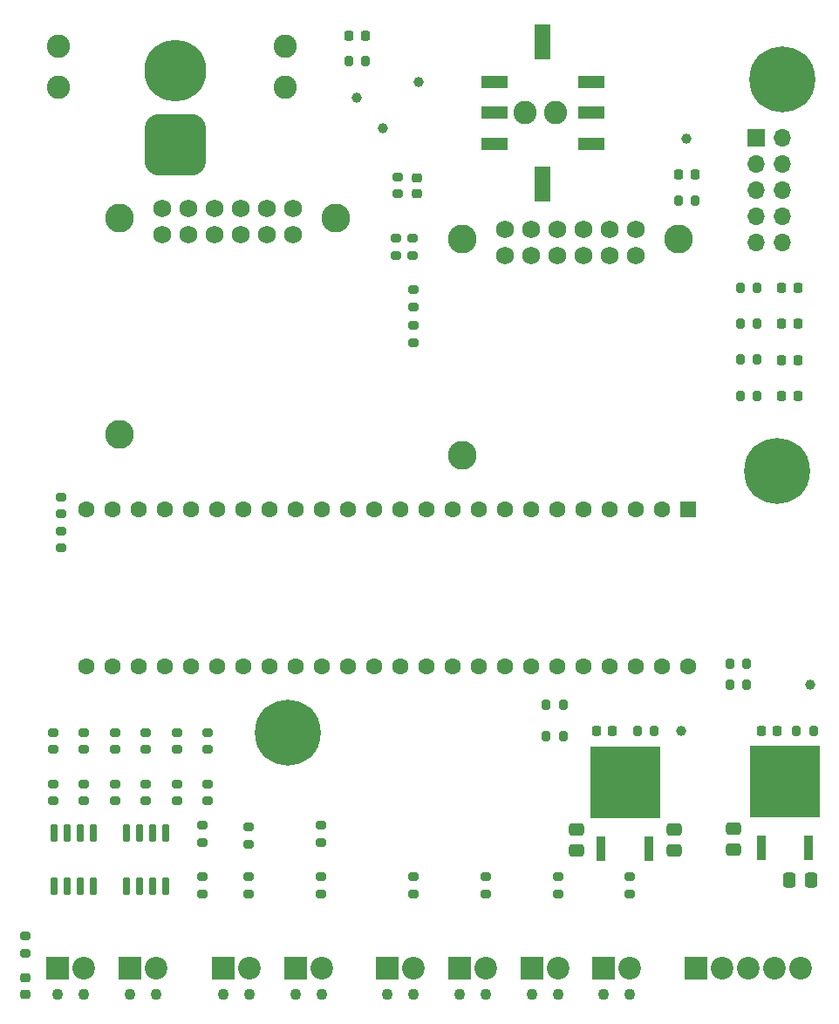
<source format=gbr>
G04 #@! TF.GenerationSoftware,KiCad,Pcbnew,8.0.5*
G04 #@! TF.CreationDate,2024-10-11T00:23:09-05:00*
G04 #@! TF.ProjectId,DAQ,4441512e-6b69-4636-9164-5f7063625858,rev?*
G04 #@! TF.SameCoordinates,Original*
G04 #@! TF.FileFunction,Soldermask,Top*
G04 #@! TF.FilePolarity,Negative*
%FSLAX46Y46*%
G04 Gerber Fmt 4.6, Leading zero omitted, Abs format (unit mm)*
G04 Created by KiCad (PCBNEW 8.0.5) date 2024-10-11 00:23:09*
%MOMM*%
%LPD*%
G01*
G04 APERTURE LIST*
G04 Aperture macros list*
%AMRoundRect*
0 Rectangle with rounded corners*
0 $1 Rounding radius*
0 $2 $3 $4 $5 $6 $7 $8 $9 X,Y pos of 4 corners*
0 Add a 4 corners polygon primitive as box body*
4,1,4,$2,$3,$4,$5,$6,$7,$8,$9,$2,$3,0*
0 Add four circle primitives for the rounded corners*
1,1,$1+$1,$2,$3*
1,1,$1+$1,$4,$5*
1,1,$1+$1,$6,$7*
1,1,$1+$1,$8,$9*
0 Add four rect primitives between the rounded corners*
20,1,$1+$1,$2,$3,$4,$5,0*
20,1,$1+$1,$4,$5,$6,$7,0*
20,1,$1+$1,$6,$7,$8,$9,0*
20,1,$1+$1,$8,$9,$2,$3,0*%
G04 Aperture macros list end*
%ADD10RoundRect,0.218750X-0.218750X-0.256250X0.218750X-0.256250X0.218750X0.256250X-0.218750X0.256250X0*%
%ADD11RoundRect,0.200000X0.275000X-0.200000X0.275000X0.200000X-0.275000X0.200000X-0.275000X-0.200000X0*%
%ADD12RoundRect,0.200000X0.200000X0.275000X-0.200000X0.275000X-0.200000X-0.275000X0.200000X-0.275000X0*%
%ADD13RoundRect,1.500000X1.500000X-1.500000X1.500000X1.500000X-1.500000X1.500000X-1.500000X-1.500000X0*%
%ADD14C,6.000000*%
%ADD15RoundRect,0.200000X-0.275000X0.200000X-0.275000X-0.200000X0.275000X-0.200000X0.275000X0.200000X0*%
%ADD16RoundRect,0.150000X-0.150000X0.725000X-0.150000X-0.725000X0.150000X-0.725000X0.150000X0.725000X0*%
%ADD17RoundRect,0.218750X-0.256250X0.218750X-0.256250X-0.218750X0.256250X-0.218750X0.256250X0.218750X0*%
%ADD18R,0.939800X2.489200*%
%ADD19R,6.781800X6.934200*%
%ADD20RoundRect,0.200000X-0.200000X-0.275000X0.200000X-0.275000X0.200000X0.275000X-0.200000X0.275000X0*%
%ADD21RoundRect,0.218750X0.218750X0.256250X-0.218750X0.256250X-0.218750X-0.256250X0.218750X-0.256250X0*%
%ADD22C,1.000000*%
%ADD23C,2.800000*%
%ADD24C,1.750000*%
%ADD25R,1.700000X1.700000*%
%ADD26O,1.700000X1.700000*%
%ADD27C,0.800000*%
%ADD28C,6.400000*%
%ADD29C,1.100000*%
%ADD30R,2.200000X2.200000*%
%ADD31C,2.200000*%
%ADD32RoundRect,0.218750X0.256250X-0.218750X0.256250X0.218750X-0.256250X0.218750X-0.256250X-0.218750X0*%
%ADD33RoundRect,0.250000X0.337500X0.475000X-0.337500X0.475000X-0.337500X-0.475000X0.337500X-0.475000X0*%
%ADD34RoundRect,0.250000X0.475000X-0.337500X0.475000X0.337500X-0.475000X0.337500X-0.475000X-0.337500X0*%
%ADD35C,2.260600*%
%ADD36R,1.600000X1.600000*%
%ADD37C,1.600000*%
%ADD38R,2.540000X1.270000*%
%ADD39R,1.650000X3.430000*%
G04 APERTURE END LIST*
D10*
X174212500Y-117500000D03*
X175787500Y-117500000D03*
D11*
X124500000Y-128500000D03*
X124500000Y-126850000D03*
X114500000Y-119325000D03*
X114500000Y-117675000D03*
D10*
X158212500Y-117500000D03*
X159787500Y-117500000D03*
D12*
X135825000Y-52500000D03*
X134175000Y-52500000D03*
D13*
X117344262Y-60600000D03*
D14*
X117344262Y-53400000D03*
D15*
X114500000Y-122675000D03*
X114500000Y-124325000D03*
D16*
X109405000Y-127425000D03*
X108135000Y-127425000D03*
X106865000Y-127425000D03*
X105595000Y-127425000D03*
X105595000Y-132575000D03*
X106865000Y-132575000D03*
X108135000Y-132575000D03*
X109405000Y-132575000D03*
D15*
X120500000Y-117675000D03*
X120500000Y-119325000D03*
D12*
X167825000Y-66000000D03*
X166175000Y-66000000D03*
D15*
X111500000Y-117675000D03*
X111500000Y-119325000D03*
D12*
X173825000Y-81460000D03*
X172175000Y-81460000D03*
D15*
X161500000Y-131675000D03*
X161500000Y-133325000D03*
X106300000Y-94800000D03*
X106300000Y-96450000D03*
D17*
X140800000Y-63812500D03*
X140800000Y-65387500D03*
D18*
X158709999Y-128913500D03*
D19*
X161000000Y-122500000D03*
D18*
X163290001Y-128913500D03*
D15*
X140500000Y-131675000D03*
X140500000Y-133325000D03*
D20*
X177675000Y-117500000D03*
X179325000Y-117500000D03*
D16*
X116405000Y-127425000D03*
X115135000Y-127425000D03*
X113865000Y-127425000D03*
X112595000Y-127425000D03*
X112595000Y-132575000D03*
X113865000Y-132575000D03*
X115135000Y-132575000D03*
X116405000Y-132575000D03*
D21*
X177787500Y-85000000D03*
X176212500Y-85000000D03*
D11*
X124500000Y-133325000D03*
X124500000Y-131675000D03*
D18*
X174209999Y-128818000D03*
D19*
X176500000Y-122404500D03*
D18*
X178790001Y-128818000D03*
D22*
X167000000Y-60000000D03*
D23*
X132950000Y-67750000D03*
X111950000Y-88750000D03*
X111950000Y-67750000D03*
D24*
X116100000Y-69360000D03*
X118640000Y-69360000D03*
X121180000Y-69360000D03*
X123720000Y-69360000D03*
X126260000Y-69360000D03*
X128800000Y-69360000D03*
X116100000Y-66820000D03*
X118640000Y-66820000D03*
X121180000Y-66820000D03*
X123720000Y-66820000D03*
X126260000Y-66820000D03*
X128800000Y-66820000D03*
D15*
X140500000Y-78175000D03*
X140500000Y-79825000D03*
D22*
X137500000Y-59000000D03*
D25*
X173725000Y-59925000D03*
D26*
X176265000Y-59925000D03*
X173725000Y-62465000D03*
X176265000Y-62465000D03*
X173725000Y-65005000D03*
X176265000Y-65005000D03*
X173725000Y-67545000D03*
X176265000Y-67545000D03*
X173725000Y-70085000D03*
X176265000Y-70085000D03*
D11*
X102750000Y-139075000D03*
X102750000Y-137425000D03*
D22*
X166500000Y-117500000D03*
D11*
X131500000Y-128325000D03*
X131500000Y-126675000D03*
D10*
X134212500Y-50000000D03*
X135787500Y-50000000D03*
D27*
X173902944Y-54302944D03*
X174605888Y-52605888D03*
X174605888Y-56000000D03*
X176302944Y-51902944D03*
D28*
X176302944Y-54302944D03*
D27*
X176302944Y-56702944D03*
X178000000Y-52605888D03*
X178000000Y-56000000D03*
X178702944Y-54302944D03*
X173402944Y-92302944D03*
X174105888Y-90605888D03*
X174105888Y-94000000D03*
X175802944Y-89902944D03*
D28*
X175802944Y-92302944D03*
D27*
X175802944Y-94702944D03*
X177500000Y-90605888D03*
X177500000Y-94000000D03*
X178202944Y-92302944D03*
D15*
X108500000Y-122675000D03*
X108500000Y-124325000D03*
D29*
X158960000Y-143040000D03*
X161500000Y-143040000D03*
D30*
X158960000Y-140500000D03*
D31*
X161500000Y-140500000D03*
D12*
X173825000Y-77960000D03*
X172175000Y-77960000D03*
D22*
X141000000Y-54500000D03*
D32*
X102750000Y-143037500D03*
X102750000Y-141462500D03*
D11*
X117500000Y-119325000D03*
X117500000Y-117675000D03*
D15*
X147500000Y-131675000D03*
X147500000Y-133325000D03*
D11*
X140400000Y-71325000D03*
X140400000Y-69675000D03*
D29*
X129000000Y-143040000D03*
X131540000Y-143040000D03*
D30*
X129000000Y-140500000D03*
D31*
X131540000Y-140500000D03*
D22*
X179000000Y-113000000D03*
D12*
X155000000Y-118000000D03*
X153350000Y-118000000D03*
D29*
X122000000Y-143040000D03*
X124540000Y-143040000D03*
D30*
X122000000Y-140500000D03*
D31*
X124540000Y-140500000D03*
D29*
X105960000Y-143040000D03*
X108500000Y-143040000D03*
D30*
X105960000Y-140500000D03*
D31*
X108500000Y-140500000D03*
D21*
X177787500Y-74500000D03*
X176212500Y-74500000D03*
D20*
X162185000Y-117500000D03*
X163835000Y-117500000D03*
D33*
X179037500Y-132000000D03*
X176962500Y-132000000D03*
D11*
X108500000Y-119325000D03*
X108500000Y-117675000D03*
D15*
X140500000Y-74675000D03*
X140500000Y-76325000D03*
D11*
X120000000Y-133325000D03*
X120000000Y-131675000D03*
D34*
X165780000Y-129137500D03*
X165780000Y-127062500D03*
D11*
X105500000Y-119325000D03*
X105500000Y-117675000D03*
D12*
X173825000Y-84960000D03*
X172175000Y-84960000D03*
D15*
X106300000Y-98100000D03*
X106300000Y-99750000D03*
D22*
X135000000Y-56000000D03*
D30*
X167920000Y-140500000D03*
D31*
X170460000Y-140500000D03*
X173000000Y-140500000D03*
X175540000Y-140500000D03*
X178080000Y-140500000D03*
D35*
X128000000Y-55000000D03*
X128000000Y-51039999D03*
X154300000Y-57500000D03*
D11*
X138950000Y-65375000D03*
X138950000Y-63725000D03*
D21*
X177787500Y-81500000D03*
X176212500Y-81500000D03*
D27*
X130702944Y-117697056D03*
X130000000Y-119394112D03*
X130000000Y-116000000D03*
X128302944Y-120097056D03*
D28*
X128302944Y-117697056D03*
D27*
X128302944Y-115297056D03*
X126605888Y-119394112D03*
X126605888Y-116000000D03*
X125902944Y-117697056D03*
D15*
X105500000Y-122675000D03*
X105500000Y-124325000D03*
X111500000Y-122675000D03*
X111500000Y-124325000D03*
D35*
X106000000Y-55000000D03*
X106000000Y-51039999D03*
D29*
X137960000Y-143040000D03*
X140500000Y-143040000D03*
D30*
X137960000Y-140500000D03*
D31*
X140500000Y-140500000D03*
D10*
X166212500Y-63500000D03*
X167787500Y-63500000D03*
D15*
X138800000Y-69675000D03*
X138800000Y-71325000D03*
D29*
X151960000Y-143040000D03*
X154500000Y-143040000D03*
D30*
X151960000Y-140500000D03*
D31*
X154500000Y-140500000D03*
D34*
X156280000Y-129137500D03*
X156280000Y-127062500D03*
D36*
X167100000Y-96000000D03*
D37*
X164560000Y-96000000D03*
X162020000Y-96000000D03*
X159480000Y-96000000D03*
X156940000Y-96000000D03*
X154400000Y-96000000D03*
X151860000Y-96000000D03*
X149320000Y-96000000D03*
X146780000Y-96000000D03*
X144240000Y-96000000D03*
X141700000Y-96000000D03*
X139160000Y-96000000D03*
X136620000Y-96000000D03*
X134080000Y-96000000D03*
X131540000Y-96000000D03*
X129000000Y-96000000D03*
X126460000Y-96000000D03*
X123920000Y-96000000D03*
X121380000Y-96000000D03*
X118840000Y-96000000D03*
X116300000Y-96000000D03*
X113760000Y-96000000D03*
X111220000Y-96000000D03*
X108680000Y-96000000D03*
X108680000Y-111240000D03*
X111220000Y-111240000D03*
X113760000Y-111240000D03*
X116300000Y-111240000D03*
X118840000Y-111240000D03*
X121380000Y-111240000D03*
X123920000Y-111240000D03*
X126460000Y-111240000D03*
X129000000Y-111240000D03*
X131540000Y-111240000D03*
X134080000Y-111240000D03*
X136620000Y-111240000D03*
X139160000Y-111240000D03*
X141700000Y-111240000D03*
X144240000Y-111240000D03*
X146780000Y-111240000D03*
X149320000Y-111240000D03*
X151860000Y-111240000D03*
X154400000Y-111240000D03*
X156940000Y-111240000D03*
X159480000Y-111240000D03*
X162020000Y-111240000D03*
X164560000Y-111240000D03*
X167100000Y-111240000D03*
D29*
X144960000Y-143040000D03*
X147500000Y-143040000D03*
D30*
X144960000Y-140500000D03*
D31*
X147500000Y-140500000D03*
D12*
X173825000Y-74460000D03*
X172175000Y-74460000D03*
D20*
X153350000Y-115000000D03*
X155000000Y-115000000D03*
D12*
X172825000Y-113000000D03*
X171175000Y-113000000D03*
D20*
X171175000Y-111000000D03*
X172825000Y-111000000D03*
D11*
X131500000Y-133325000D03*
X131500000Y-131675000D03*
D21*
X177787500Y-78000000D03*
X176212500Y-78000000D03*
D29*
X112960000Y-143040000D03*
X115500000Y-143040000D03*
D30*
X112960000Y-140500000D03*
D31*
X115500000Y-140500000D03*
D15*
X120500000Y-122675000D03*
X120500000Y-124325000D03*
D34*
X171500000Y-129037500D03*
X171500000Y-126962500D03*
D23*
X166190000Y-69785000D03*
X145190000Y-90785000D03*
X145190000Y-69785000D03*
D24*
X149340000Y-71395000D03*
X151880000Y-71395000D03*
X154420000Y-71395000D03*
X156960000Y-71395000D03*
X159500000Y-71395000D03*
X162040000Y-71395000D03*
X149340000Y-68855000D03*
X151880000Y-68855000D03*
X154420000Y-68855000D03*
X156960000Y-68855000D03*
X159500000Y-68855000D03*
X162040000Y-68855000D03*
D15*
X117500000Y-122675000D03*
X117500000Y-124325000D03*
D38*
X148300000Y-60500000D03*
X148300000Y-57500000D03*
X148300000Y-54500000D03*
X157700000Y-60500000D03*
X157700000Y-57500000D03*
X157700000Y-54500000D03*
D39*
X153000000Y-64385000D03*
X153000000Y-50615000D03*
D11*
X120000000Y-128325000D03*
X120000000Y-126675000D03*
D35*
X151300000Y-57500000D03*
D15*
X154500000Y-131675000D03*
X154500000Y-133325000D03*
M02*

</source>
